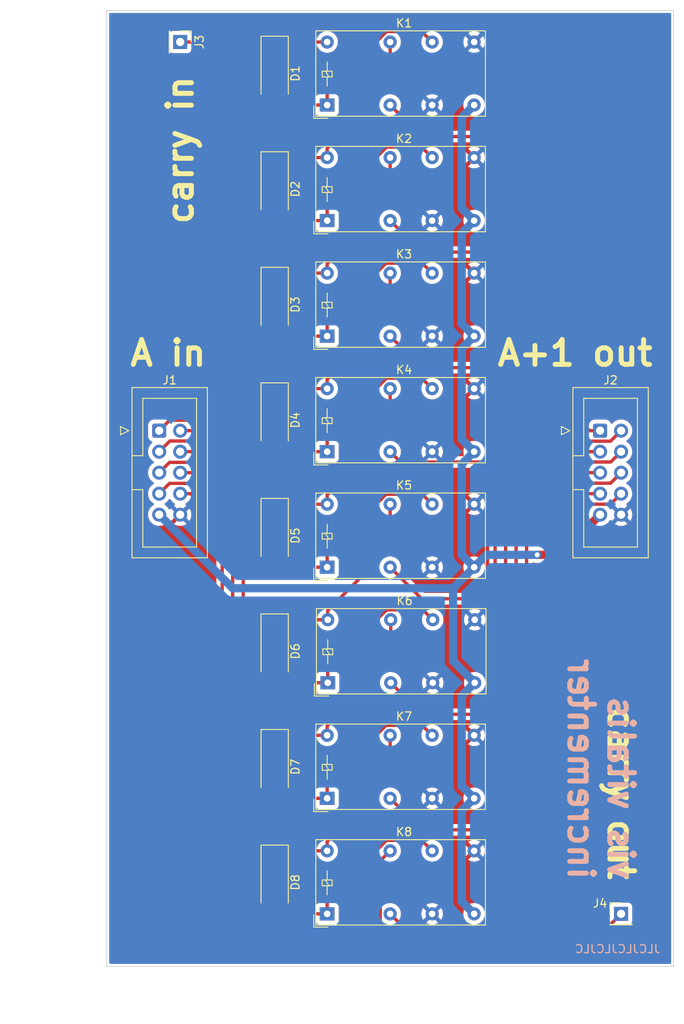
<source format=kicad_pcb>
(kicad_pcb (version 20240108) (generator "pcbnew") (generator_version "8.0")
  (layers (0 "F.Cu" signal) (31 "B.Cu" signal) (34 "B.Paste" user) (35 "F.Paste" user) (36 "B.SilkS" user "B.Silkscreen") (37 "F.SilkS" user "F.Silkscreen") (38 "B.Mask" user) (39 "F.Mask" user) (44 "Edge.Cuts" user))
  (net 0 "")
  (net 1 "Net-(D2-A1)")
  (net 2 "Net-(D2-A2)")
  (net 3 "Net-(D3-A1)")
  (net 4 "Net-(D3-A2)")
  (net 5 "Net-(D4-A1)")
  (net 6 "Net-(D4-A2)")
  (net 7 "Net-(D5-A1)")
  (net 8 "Net-(D5-A2)")
  (net 9 "Net-(D6-A1)")
  (net 10 "Net-(D6-A2)")
  (net 11 "Net-(D7-A1)")
  (net 12 "Net-(D7-A2)")
  (net 13 "Net-(D8-A1)")
  (net 14 "Net-(D8-A2)")
  (net 15 "VCC")
  (net 16 "GND")
  (net 17 "Net-(J2-Pin_1)")
  (net 18 "Net-(J2-Pin_2)")
  (net 19 "Net-(J2-Pin_3)")
  (net 20 "Net-(J2-Pin_4)")
  (net 21 "Net-(J2-Pin_5)")
  (net 22 "Net-(J2-Pin_6)")
  (net 23 "Net-(J2-Pin_7)")
  (net 24 "Net-(J2-Pin_8)")
  (net 25 "Net-(D1-A1)")
  (net 26 "Net-(D1-A2)")
  (net 27 "Net-(J4-Pin_1)")
  (footprint "Connector_PinHeader_2.54mm:PinHeader_1x01_P2.54mm_Vertical" (layer "F.Cu") (at 125.73 45.72 -90)
    (property "Reference" "J3" (at 0 -2.33 -90) (layer "F.SilkS"))
    (property "Value" "Conn_01x01")
    (fp_line (start -1.33 1.33) (end 1.33 1.33) (stroke (width 0.12)) (layer "F.SilkS"))
    (fp_line (start -1.33 1.27) (end -1.33 1.33) (stroke (width 0.12)) (layer "F.SilkS"))
    (fp_line (start -1.33 1.27) (end 1.33 1.27) (stroke (width 0.12)) (layer "F.SilkS"))
    (fp_line (start 1.33 1.27) (end 1.33 1.33) (stroke (width 0.12)) (layer "F.SilkS"))
    (fp_line (start -1.33 0) (end -1.33 -1.33) (stroke (width 0.12)) (layer "F.SilkS"))
    (fp_line (start -1.33 -1.33) (end 0 -1.33) (stroke (width 0.12)) (layer "F.SilkS"))
    (pad "1" thru_hole rect (at 0 0 270) (size 1.7 1.7) (drill 1) (layers "*.Cu" "*.Mask") (net 25 "Net-(D1-A1)"))
  )
  (footprint "Relay_THT:Relay_DPDT_Finder_30.22" (layer "F.Cu") (at 143.51 109.22)
    (property "Reference" "K5" (at 9.3 -9.9 0) (layer "F.SilkS"))
    (property "Value" "J104D2C12VDC.15S")
    (fp_line (start -1.62 1.6) (end -1.62 0.1) (stroke (width 0.12)) (layer "F.SilkS"))
    (fp_line (start -1.37 -8.97) (end 19.15 -8.97) (stroke (width 0.12)) (layer "F.SilkS"))
    (fp_line (start -1.37 1.35) (end -1.37 -8.97) (stroke (width 0.12)) (layer "F.SilkS"))
    (fp_line (start -0.6 -4.1) (end -0.6 -3.4) (stroke (width 0.12)) (layer "F.SilkS"))
    (fp_line (start -0.6 -3.4) (end 0.6 -3.4) (stroke (width 0.12)) (layer "F.SilkS"))
    (fp_line (start 0 -4.1) (end 0 -5.2) (stroke (width 0.12)) (layer "F.SilkS"))
    (fp_line (start 0 -3.4) (end 0 -2.3) (stroke (width 0.12)) (layer "F.SilkS"))
    (fp_line (start 0.1 1.6) (end -1.62 1.6) (stroke (width 0.12)) (layer "F.SilkS"))
    (fp_line (start 0.2 -3.4) (end -0.2 -4.1) (stroke (width 0.12)) (layer "F.SilkS"))
    (fp_line (start 0.6 -4.1) (end -0.6 -4.1) (stroke (width 0.12)) (layer "F.SilkS"))
    (fp_line (start 0.6 -3.4) (end 0.6 -4.1) (stroke (width 0.12)) (layer "F.SilkS"))
    (fp_line (start 19.15 -8.97) (end 19.15 1.35) (stroke (width 0.12)) (layer "F.SilkS"))
    (fp_line (start 19.15 1.35) (end -1.37 1.35) (stroke (width 0.12)) (layer "F.SilkS"))
    (pad "11" thru_hole circle (at 7.62 0 90) (size 1.6 1.6) (drill 0.8) (layers "*.Cu" "*.Mask") (net 21 "Net-(J2-Pin_5)"))
    (pad "12" thru_hole circle (at 12.7 0 90) (size 1.6 1.6) (drill 0.8) (layers "*.Cu" "*.Mask") (net 16 "GND"))
    (pad "14" thru_hole circle (at 17.78 0 90) (size 1.6 1.6) (drill 0.8) (layers "*.Cu" "*.Mask") (net 15 "VCC"))
    (pad "21" thru_hole circle (at 7.62 -7.62 90) (size 1.6 1.6) (drill 0.8) (layers "*.Cu" "*.Mask") (net 9 "Net-(D6-A1)"))
    (pad "22" thru_hole circle (at 12.7 -7.62 90) (size 1.6 1.6) (drill 0.8) (layers "*.Cu" "*.Mask") (net 8 "Net-(D5-A2)"))
    (pad "24" thru_hole circle (at 17.78 -7.62 180) (size 1.6 1.6) (drill 0.8) (layers "*.Cu" "*.Mask") (net 16 "GND"))
    (pad "A1" thru_hole rect (at 0 0 90) (size 1.6 1.8) (drill 0.8) (layers "*.Cu" "*.Mask") (net 8 "Net-(D5-A2)"))
    (pad "A2" thru_hole circle (at 0 -7.62 90) (size 1.6 1.6) (drill 0.8) (layers "*.Cu" "*.Mask") (net 7 "Net-(D5-A1)"))
  )
  (footprint "Diode_SMD:D_SMA_Handsoldering" (layer "F.Cu") (at 137.16 77.47 -90)
    (property "Reference" "D3" (at 0 -2.5 90) (layer "F.SilkS"))
    (property "Value" "SMAJ14CA")
    (fp_line (start -4.51 1.65) (end 2.5 1.65) (stroke (width 0.12)) (layer "F.SilkS"))
    (fp_line (start -4.51 -1.65) (end -4.51 1.65) (stroke (width 0.12)) (layer "F.SilkS"))
    (fp_line (start -4.51 -1.65) (end 2.5 -1.65) (stroke (width 0.12)) (layer "F.SilkS"))
    (pad "1" smd roundrect (at -2.5 0 270) (size 3.5 1.8) (layers "F.Cu" "F.Paste" "F.Mask") (roundrect_rratio 0.1388888889) (net 3 "Net-(D3-A1)"))
    (pad "2" smd roundrect (at 2.5 0 270) (size 3.5 1.8) (layers "F.Cu" "F.Paste" "F.Mask") (roundrect_rratio 0.1388888889) (net 4 "Net-(D3-A2)"))
  )
  (footprint "Connector_IDC:IDC-Header_2x05_P2.54mm_Vertical" (layer "F.Cu") (at 176.53 92.71)
    (property "Reference" "J2" (at 1.27 -6.1 0) (layer "F.SilkS"))
    (property "Value" "BHR-10-VUA" (hide yes))
    (fp_line (start -4.68 -0.5) (end -4.68 0.5) (stroke (width 0.12)) (layer "F.SilkS"))
    (fp_line (start -4.68 0.5) (end -3.68 0) (stroke (width 0.12)) (layer "F.SilkS"))
    (fp_line (start -3.68 0) (end -4.68 -0.5) (stroke (width 0.12)) (layer "F.SilkS"))
    (fp_line (start -3.29 -5.21) (end 5.83 -5.21) (stroke (width 0.12)) (layer "F.SilkS"))
    (fp_line (start -3.29 3.03) (end -1.98 3.03) (stroke (width 0.12)) (layer "F.SilkS"))
    (fp_line (start -3.29 15.37) (end -3.29 -5.21) (stroke (width 0.12)) (layer "F.SilkS"))
    (fp_line (start -1.98 -3.91) (end 4.52 -3.91) (stroke (width 0.12)) (layer "F.SilkS"))
    (fp_line (start -1.98 3.03) (end -1.98 -3.91) (stroke (width 0.12)) (layer "F.SilkS"))
    (fp_line (start -1.98 7.13) (end -3.29 7.13) (stroke (width 0.12)) (layer "F.SilkS"))
    (fp_line (start -1.98 7.13) (end -1.98 7.13) (stroke (width 0.12)) (layer "F.SilkS"))
    (fp_line (start -1.98 14.07) (end -1.98 7.13) (stroke (width 0.12)) (layer "F.SilkS"))
    (fp_line (start 4.52 -3.91) (end 4.52 14.07) (stroke (width 0.12)) (layer "F.SilkS"))
    (fp_line (start 4.52 14.07) (end -1.98 14.07) (stroke (width 0.12)) (layer "F.SilkS"))
    (fp_line (start 5.83 -5.21) (end 5.83 15.37) (stroke (width 0.12)) (layer "F.SilkS"))
    (fp_line (start 5.83 15.37) (end -3.29 15.37) (stroke (width 0.12)) (layer "F.SilkS"))
    (pad "1" thru_hole roundrect (at 0 0) (size 1.7 1.7) (drill 1) (layers "*.Cu" "*.Mask") (roundrect_rratio 0.147059) (net 17 "Net-(J2-Pin_1)"))
    (pad "2" thru_hole circle (at 2.54 0) (size 1.7 1.7) (drill 1) (layers "*.Cu" "*.Mask") (net 18 "Net-(J2-Pin_2)"))
    (pad "3" thru_hole circle (at 0 2.54) (size 1.7 1.7) (drill 1) (layers "*.Cu" "*.Mask") (net 19 "Net-(J2-Pin_3)"))
    (pad "4" thru_hole circle (at 2.54 2.54) (size 1.7 1.7) (drill 1) (layers "*.Cu" "*.Mask") (net 20 "Net-(J2-Pin_4)"))
    (pad "5" thru_hole circle (at 0 5.08) (size 1.7 1.7) (drill 1) (layers "*.Cu" "*.Mask") (net 21 "Net-(J2-Pin_5)"))
    (pad "6" thru_hole circle (at 2.54 5.08) (size 1.7 1.7) (drill 1) (layers "*.Cu" "*.Mask") (net 22 "Net-(J2-Pin_6)"))
    (pad "7" thru_hole circle (at 0 7.62) (size 1.7 1.7) (drill 1) (layers "*.Cu" "*.Mask") (net 23 "Net-(J2-Pin_7)"))
    (pad "8" thru_hole circle (at 2.54 7.62) (size 1.7 1.7) (drill 1) (layers "*.Cu" "*.Mask") (net 24 "Net-(J2-Pin_8)"))
    (pad "9" thru_hole circle (at 0 10.16) (size 1.7 1.7) (drill 1) (layers "*.Cu" "*.Mask") (net 15 "VCC"))
    (pad "10" thru_hole circle (at 2.54 10.16) (size 1.7 1.7) (drill 1) (layers "*.Cu" "*.Mask") (net 16 "GND"))
  )
  (footprint "Relay_THT:Relay_DPDT_Finder_30.22" (layer "F.Cu") (at 143.51 67.31)
    (property "Reference" "K2" (at 9.3 -9.9 0) (layer "F.SilkS"))
    (property "Value" "J104D2C12VDC.15S")
    (fp_line (start -1.62 1.6) (end -1.62 0.1) (stroke (width 0.12)) (layer "F.SilkS"))
    (fp_line (start -1.37 -8.97) (end 19.15 -8.97) (stroke (width 0.12)) (layer "F.SilkS"))
    (fp_line (start -1.37 1.35) (end -1.37 -8.97) (stroke (width 0.12)) (layer "F.SilkS"))
    (fp_line (start -0.6 -4.1) (end -0.6 -3.4) (stroke (width 0.12)) (layer "F.SilkS"))
    (fp_line (start -0.6 -3.4) (end 0.6 -3.4) (stroke (width 0.12)) (layer "F.SilkS"))
    (fp_line (start 0 -4.1) (end 0 -5.2) (stroke (width 0.12)) (layer "F.SilkS"))
    (fp_line (start 0 -3.4) (end 0 -2.3) (stroke (width 0.12)) (layer "F.SilkS"))
    (fp_line (start 0.1 1.6) (end -1.62 1.6) (stroke (width 0.12)) (layer "F.SilkS"))
    (fp_line (start 0.2 -3.4) (end -0.2 -4.1) (stroke (width 0.12)) (layer "F.SilkS"))
    (fp_line (start 0.6 -4.1) (end -0.6 -4.1) (stroke (width 0.12)) (layer "F.SilkS"))
    (fp_line (start 0.6 -3.4) (end 0.6 -4.1) (stroke (width 0.12)) (layer "F.SilkS"))
    (fp_line (start 19.15 -8.97) (end 19.15 1.35) (stroke (width 0.12)) (layer "F.SilkS"))
    (fp_line (start 19.15 1.35) (end -1.37 1.35) (stroke (width 0.12)) (layer "F.SilkS"))
    (pad "11" thru_hole circle (at 7.62 0 90) (size 1.6 1.6) (drill 0.8) (layers "*.Cu" "*.Mask") (net 18 "Net-(J2-Pin_2)"))
    (pad "12" thru_hole circle (at 12.7 0 90) (size 1.6 1.6) (drill 0.8) (layers "*.Cu" "*.Mask") (net 16 "GND"))
    (pad "14" thru_hole circle (at 17.78 0 90) (size 1.6 1.6) (drill 0.8) (layers "*.Cu" "*.Mask") (net 15 "VCC"))
    (pad "21" thru_hole circle (at 7.62 -7.62 90) (size 1.6 1.6) (drill 0.8) (layers "*.Cu" "*.Mask") (net 3 "Net-(D3-A1)"))
    (pad "22" thru_hole circle (at 12.7 -7.62 90) (size 1.6 1.6) (drill 0.8) (layers "*.Cu" "*.Mask") (net 2 "Net-(D2-A2)"))
    (pad "24" thru_hole circle (at 17.78 -7.62 180) (size 1.6 1.6) (drill 0.8) (layers "*.Cu" "*.Mask") (net 16 "GND"))
    (pad "A1" thru_hole rect (at 0 0 90) (size 1.6 1.8) (drill 0.8) (layers "*.Cu" "*.Mask") (net 2 "Net-(D2-A2)"))
    (pad "A2" thru_hole circle (at 0 -7.62 90) (size 1.6 1.6) (drill 0.8) (layers "*.Cu" "*.Mask") (net 1 "Net-(D2-A1)"))
  )
  (footprint "Diode_SMD:D_SMA_Handsoldering" (layer "F.Cu") (at 137.16 119.38 -90)
    (property "Reference" "D6" (at 0 -2.5 90) (layer "F.SilkS"))
    (property "Value" "SMAJ14CA")
    (fp_line (start -4.51 1.65) (end 2.5 1.65) (stroke (width 0.12)) (layer "F.SilkS"))
    (fp_line (start -4.51 -1.65) (end -4.51 1.65) (stroke (width 0.12)) (layer "F.SilkS"))
    (fp_line (start -4.51 -1.65) (end 2.5 -1.65) (stroke (width 0.12)) (layer "F.SilkS"))
    (pad "1" smd roundrect (at -2.5 0 270) (size 3.5 1.8) (layers "F.Cu" "F.Paste" "F.Mask") (roundrect_rratio 0.1388888889) (net 9 "Net-(D6-A1)"))
    (pad "2" smd roundrect (at 2.5 0 270) (size 3.5 1.8) (layers "F.Cu" "F.Paste" "F.Mask") (roundrect_rratio 0.1388888889) (net 10 "Net-(D6-A2)"))
  )
  (footprint "Connector_PinHeader_2.54mm:PinHeader_1x01_P2.54mm_Vertical" (layer "F.Cu") (at 179.07 151.13)
    (property "Reference" "J4" (at -2.54 -1.27 0) (layer "F.SilkS"))
    (property "Value" "Conn_01x01")
    (fp_line (start -1.33 -1.33) (end 0 -1.33) (stroke (width 0.12)) (layer "F.SilkS"))
    (fp_line (start -1.33 0) (end -1.33 -1.33) (stroke (width 0.12)) (layer "F.SilkS"))
    (fp_line (start -1.33 1.27) (end -1.33 1.33) (stroke (width 0.12)) (layer "F.SilkS"))
    (fp_line (start -1.33 1.27) (end 1.33 1.27) (stroke (width 0.12)) (layer "F.SilkS"))
    (fp_line (start -1.33 1.33) (end 1.33 1.33) (stroke (width 0.12)) (layer "F.SilkS"))
    (fp_line (start 1.33 1.27) (end 1.33 1.33) (stroke (width 0.12)) (layer "F.SilkS"))
    (pad "1" thru_hole rect (at 0 0) (size 1.7 1.7) (drill 1) (layers "*.Cu" "*.Mask") (net 27 "Net-(J4-Pin_1)"))
  )
  (footprint "Relay_THT:Relay_DPDT_Finder_30.22" (layer "F.Cu") (at 143.51 151.13)
    (property "Reference" "K8" (at 9.3 -9.9 0) (layer "F.SilkS"))
    (property "Value" "J104D2C12VDC.15S")
    (fp_line (start -1.62 1.6) (end -1.62 0.1) (stroke (width 0.12)) (layer "F.SilkS"))
    (fp_line (start -1.37 -8.97) (end 19.15 -8.97) (stroke (width 0.12)) (layer "F.SilkS"))
    (fp_line (start -1.37 1.35) (end -1.37 -8.97) (stroke (width 0.12)) (layer "F.SilkS"))
    (fp_line (start -0.6 -4.1) (end -0.6 -3.4) (stroke (width 0.12)) (layer "F.SilkS"))
    (fp_line (start -0.6 -3.4) (end 0.6 -3.4) (stroke (width 0.12)) (layer "F.SilkS"))
    (fp_line (start 0 -4.1) (end 0 -5.2) (stroke (width 0.12)) (layer "F.SilkS"))
    (fp_line (start 0 -3.4) (end 0 -2.3) (stroke (width 0.12)) (layer "F.SilkS"))
    (fp_line (start 0.1 1.6) (end -1.62 1.6) (stroke (width 0.12)) (layer "F.SilkS"))
    (fp_line (start 0.2 -3.4) (end -0.2 -4.1) (stroke (width 0.12)) (layer "F.SilkS"))
    (fp_line (start 0.6 -4.1) (end -0.6 -4.1) (stroke (width 0.12)) (layer "F.SilkS"))
    (fp_line (start 0.6 -3.4) (end 0.6 -4.1) (stroke (width 0.12)) (layer "F.SilkS"))
    (fp_line (start 19.15 -8.97) (end 19.15 1.35) (stroke (width 0.12)) (layer "F.SilkS"))
    (fp_line (start 19.15 1.35) (end -1.37 1.35) (stroke (width 0.12)) (layer "F.SilkS"))
    (pad "11" thru_hole circle (at 7.62 0 90) (size 1.6 1.6) (drill 0.8) (layers "*.Cu" "*.Mask") (net 24 "Net-(J2-Pin_8)"))
    (pad "12" thru_hole circle (at 12.7 0 90) (size 1.6 1.6) (drill 0.8) (layers "*.Cu" "*.Mask") (net 16 "GND"))
    (pad "14" thru_hole circle (at 17.78 0 90) (size 1.6 1.6) (drill 0.8) (layers "*.Cu" "*.Mask") (net 15 "VCC"))
    (pad "21" thru_hole circle (at 7.62 -7.62 90) (size 1.6 1.6) (drill 0.8) (layers "*.Cu" "*.Mask") (net 27 "Net-(J4-Pin_1)"))
    (pad "22" thru_hole circle (at 12.7 -7.62 90) (size 1.6 1.6) (drill 0.8) (layers "*.Cu" "*.Mask") (net 14 "Net-(D8-A2)"))
    (pad "24" thru_hole circle (at 17.78 -7.62 180) (size 1.6 1.6) (drill 0.8) (layers "*.Cu" "*.Mask") (net 16 "GND"))
    (pad "A1" thru_hole rect (at 0 0 90) (size 1.6 1.8) (drill 0.8) (layers "*.Cu" "*.Mask") (net 14 "Net-(D8-A2)"))
    (pad "A2" thru_hole circle (at 0 -7.62 90) (size 1.6 1.6) (drill 0.8) (layers "*.Cu" "*.Mask") (net 13 "Net-(D8-A1)"))
  )
  (footprint "Relay_THT:Relay_DPDT_Finder_30.22" (layer "F.Cu") (at 143.51 95.25)
    (property "Reference" "K4" (at 9.3 -9.9 0) (layer "F.SilkS"))
    (property "Value" "J104D2C12VDC.15S")
    (fp_line (start -1.62 1.6) (end -1.62 0.1) (stroke (width 0.12)) (layer "F.SilkS"))
    (fp_line (start -1.37 -8.97) (end 19.15 -8.97) (stroke (width 0.12)) (layer "F.SilkS"))
    (fp_line (start -1.37 1.35) (end -1.37 -8.97) (stroke (width 0.12)) (layer "F.SilkS"))
    (fp_line (start -0.6 -4.1) (end -0.6 -3.4) (stroke (width 0.12)) (layer "F.SilkS"))
    (fp_line (start -0.6 -3.4) (end 0.6 -3.4) (stroke (width 0.12)) (layer "F.SilkS"))
    (fp_line (start 0 -4.1) (end 0 -5.2) (stroke (width 0.12)) (layer "F.SilkS"))
    (fp_line (start 0 -3.4) (end 0 -2.3) (stroke (width 0.12)) (layer "F.SilkS"))
    (fp_line (start 0.1 1.6) (end -1.62 1.6) (stroke (width 0.12)) (layer "F.SilkS"))
    (fp_line (start 0.2 -3.4) (end -0.2 -4.1) (stroke (width 0.12)) (layer "F.SilkS"))
    (fp_line (start 0.6 -4.1) (end -0.6 -4.1) (stroke (width 0.12)) (layer "F.SilkS"))
    (fp_line (start 0.6 -3.4) (end 0.6 -4.1) (stroke (width 0.12)) (layer "F.SilkS"))
    (fp_line (start 19.15 -8.97) (end 19.15 1.35) (stroke (width 0.12)) (layer "F.SilkS"))
    (fp_line (start 19.15 1.35) (end -1.37 1.35) (stroke (width 0.12)) (layer "F.SilkS"))
    (pad "11" thru_hole circle (at 7.62 0 90) (size 1.6 1.6) (drill 0.8) (layers "*.Cu" "*.Mask") (net 20 "Net-(J2-Pin_4)"))
    (pad "12" thru_hole circle (at 12.7 0 90) (size 1.6 1.6) (drill 0.8) (layers "*.Cu" "*.Mask") (net 16 "GND"))
    (pad "14" thru_hole circle (at 17.78 0 90) (size 1.6 1.6) (drill 0.8) (layers "*.Cu" "*.Mask") (net 15 "VCC"))
    (pad "21" thru_hole circle (at 7.62 -7.62 90) (size 1.6 1.6) (drill 0.8) (layers "*.Cu" "*.Mask") (net 7 "Net-(D5-A1)"))
    (pad "22" thru_hole circle (at 12.7 -7.62 90) (size 1.6 1.6) (drill 0.8) (layers "*.Cu" "*.Mask") (net 6 "Net-(D4-A2)"))
    (pad "24" thru_hole circle (at 17.78 -7.62 180) (size 1.6 1.6) (drill 0.8) (layers "*.Cu" "*.Mask") (net 16 "GND"))
    (pad "A1" thru_hole rect (at 0 0 90) (size 1.6 1.8) (drill 0.8) (layers "*.Cu" "*.Mask") (net 6 "Net-(D4-A2)"))
    (pad "A2" thru_hole circle (at 0 -7.62 90) (size 1.6 1.6) (drill 0.8) (layers "*.Cu" "*.Mask") (net 5 "Net-(D4-A1)"))
  )
  (footprint "Diode_SMD:D_SMA_Handsoldering" (layer "F.Cu") (at 137.16 105.41 -90)
    (property "Reference" "D5" (at 0 -2.5 90) (layer "F.SilkS"))
    (property "Value" "SMAJ14CA")
    (fp_line (start -4.51 1.65) (end 2.5 1.65) (stroke (width 0.12)) (layer "F.SilkS"))
    (fp_line (start -4.51 -1.65) (end -4.51 1.65) (stroke (width 0.12)) (layer "F.SilkS"))
    (fp_line (start -4.51 -1.65) (end 2.5 -1.65) (stroke (width 0.12)) (layer "F.SilkS"))
    (pad "1" smd roundrect (at -2.5 0 270) (size 3.5 1.8) (layers "F.Cu" "F.Paste" "F.Mask") (roundrect_rratio 0.1388888889) (net 7 "Net-(D5-A1)"))
    (pad "2" smd roundrect (at 2.5 0 270) (size 3.5 1.8) (layers "F.Cu" "F.Paste" "F.Mask") (roundrect_rratio 0.1388888889) (net 8 "Net-(D5-A2)"))
  )
  (footprint "Diode_SMD:D_SMA_Handsoldering" (layer "F.Cu") (at 137.16 49.53 -90)
    (property "Reference" "D1" (at 0 -2.5 90) (layer "F.SilkS"))
    (property "Value" "SMAJ14CA" (hide yes))
    (fp_line (start -4.51 1.65) (end 2.5 1.65) (stroke (width 0.12)) (layer "F.SilkS"))
    (fp_line (start -4.51 -1.65) (end -4.51 1.65) (stroke (width 0.12)) (layer "F.SilkS"))
    (fp_line (start -4.51 -1.65) (end 2.5 -1.65) (stroke (width 0.12)) (layer "F.SilkS"))
    (pad "1" smd roundrect (at -2.5 0 270) (size 3.5 1.8) (layers "F.Cu" "F.Paste" "F.Mask") (roundrect_rratio 0.1388888889) (net 25 "Net-(D1-A1)"))
    (pad "2" smd roundrect (at 2.5 0 270) (size 3.5 1.8) (layers "F.Cu" "F.Paste" "F.Mask") (roundrect_rratio 0.1388888889) (net 26 "Net-(D1-A2)"))
  )
  (footprint "Diode_SMD:D_SMA_Handsoldering" (layer "F.Cu") (at 137.16 133.35 -90)
    (property "Reference" "D7" (at 0 -2.5 90) (layer "F.SilkS"))
    (property "Value" "SMAJ14CA")
    (fp_line (start -4.51 1.65) (end 2.5 1.65) (stroke (width 0.12)) (layer "F.SilkS"))
    (fp_line (start -4.51 -1.65) (end -4.51 1.65) (stroke (width 0.12)) (layer "F.SilkS"))
    (fp_line (start -4.51 -1.65) (end 2.5 -1.65) (stroke (width 0.12)) (layer "F.SilkS"))
    (pad "1" smd roundrect (at -2.5 0 270) (size 3.5 1.8) (layers "F.Cu" "F.Paste" "F.Mask") (roundrect_rratio 0.1388888889) (net 11 "Net-(D7-A1)"))
    (pad "2" smd roundrect (at 2.5 0 270) (size 3.5 1.8) (layers "F.Cu" "F.Paste" "F.Mask") (roundrect_rratio 0.1388888889) (net 12 "Net-(D7-A2)"))
  )
  (footprint "Diode_SMD:D_SMA_Handsoldering" (layer "F.Cu") (at 137.16 63.5 -90)
    (property "Reference" "D2" (at 0 -2.5 90) (layer "F.SilkS"))
    (property "Value" "SMAJ14CA")
    (fp_line (start -4.51 1.65) (end 2.5 1.65) (stroke (width 0.12)) (layer "F.SilkS"))
    (fp_line (start -4.51 -1.65) (end -4.51 1.65) (stroke (width 0.12)) (layer "F.SilkS"))
    (fp_line (start -4.51 -1.65) (end 2.5 -1.65) (stroke (width 0.12)) (layer "F.SilkS"))
    (pad "1" smd roundrect (at -2.5 0 270) (size 3.5 1.8) (layers "F.Cu" "F.Paste" "F.Mask") (roundrect_rratio 0.1388888889) (net 1 "Net-(D2-A1)"))
    (pad "2" smd roundrect (at 2.5 0 270) (size 3.5 1.8) (layers "F.Cu" "F.Paste" "F.Mask") (roundrect_rratio 0.1388888889) (net 2 "Net-(D2-A2)"))
  )
  (footprint "Relay_THT:Relay_DPDT_Finder_30.22" (layer "F.Cu") (at 143.51 81.28)
    (property "Reference" "K3" (at 9.3 -9.9 0) (layer "F.SilkS"))
    (property "Value" "J104D2C12VDC.15S")
    (fp_line (start -1.62 1.6) (end -1.62 0.1) (stroke (width 0.12)) (layer "F.SilkS"))
    (fp_line (start -1.37 -8.97) (end 19.15 -8.97) (stroke (width 0.12)) (layer "F.SilkS"))
    (fp_line (start -1.37 1.35) (end -1.37 -8.97) (stroke (width 0.12)) (layer "F.SilkS"))
    (fp_line (start -0.6 -4.1) (end -0.6 -3.4) (stroke (width 0.12)) (layer "F.SilkS"))
    (fp_line (start -0.6 -3.4) (end 0.6 -3.4) (stroke (width 0.12)) (layer "F.SilkS"))
    (fp_line (start 0 -4.1) (end 0 -5.2) (stroke (width 0.12)) (layer "F.SilkS"))
    (fp_line (start 0 -3.4) (end 0 -2.3) (stroke (width 0.12)) (layer "F.SilkS"))
    (fp_line (start 0.1 1.6) (end -1.62 1.6) (stroke (width 0.12)) (layer "F.SilkS"))
    (fp_line (start 0.2 -3.4) (end -0.2 -4.1) (stroke (width 0.12)) (layer "F.SilkS"))
    (fp_line (start 0.6 -4.1) (end -0.6 -4.1) (stroke (width 0.12)) (layer "F.SilkS"))
    (fp_line (start 0.6 -3.4) (end 0.6 -4.1) (stroke (width 0.12)) (layer "F.SilkS"))
    (fp_line (start 19.15 -8.97) (end 19.15 1.35) (stroke (width 0.12)) (layer "F.SilkS"))
    (fp_line (start 19.15 1.35) (end -1.37 1.35) (stroke (width 0.12)) (layer "F.SilkS"))
    (pad "11" thru_hole circle (at 7.62 0 90) (size 1.6 1.6) (drill 0.8) (layers "*.Cu" "*.Mask") (net 19 "Net-(J2-Pin_3)"))
    (pad "12" thru_hole circle (at 12.7 0 90) (size 1.6 1.6) (drill 0.8) (layers "*.Cu" "*.Mask") (net 16 "GND"))
    (pad "14" thru_hole circle (at 17.78 0 90) (size 1.6 1.6) (drill 0.8) (layers "*.Cu" "*.Mask") (net 15 "VCC"))
    (pad "21" thru_hole circle (at 7.62 -7.62 90) (size 1.6 1.6) (drill 0.8) (layers "*.Cu" "*.Mask") (net 5 "Net-(D4-A1)"))
    (pad "22" thru_hole circle (at 12.7 -7.62 90) (size 1.6 1.6) (drill 0.8) (layers "*.Cu" "*.Mask") (net 4 "Net-(D3-A2)"))
    (pad "24" thru_hole circle (at 17.78 -7.62 180) (size 1.6 1.6) (drill 0.8) (layers "*.Cu" "*.Mask") (net 16 "GND"))
    (pad "A1" thru_hole rect (at 0 0 90) (size 1.6 1.8) (drill 0.8) (layers "*.Cu" "*.Mask") (net 4 "Net-(D3-A2)"))
    (pad "A2" thru_hole circle (at 0 -7.62 90) (size 1.6 1.6) (drill 0.8) (layers "*.Cu" "*.Mask") (net 3 "Net-(D3-A1)"))
  )
  (footprint "Diode_SMD:D_SMA_Handsoldering" (layer "F.Cu") (at 137.16 91.44 -90)
    (property "Reference" "D4" (at 0 -2.5 90) (layer "F.SilkS"))
    (property "Value" "SMAJ14CA")
    (fp_line (start -4.51 1.65) (end 2.5 1.65) (stroke (width 0.12)) (layer "F.SilkS"))
    (fp_line (start -4.51 -1.65) (end -4.51 1.65) (stroke (width 0.12)) (layer "F.SilkS"))
    (fp_line (start -4.51 -1.65) (end 2.5 -1.65) (stroke (width 0.12)) (layer "F.SilkS"))
    (pad "1" smd roundrect (at -2.5 0 270) (size 3.5 1.8) (layers "F.Cu" "F.Paste" "F.Mask") (roundrect_rratio 0.1388888889) (net 5 "Net-(D4-A1)"))
    (pad "2" smd roundrect (at 2.5 0 270) (size 3.5 1.8) (layers "F.Cu" "F.Paste" "F.Mask") (roundrect_rratio 0.1388888889) (net 6 "Net-(D4-A2)"))
  )
  (footprint "Relay_THT:Relay_DPDT_Finder_30.22" (layer "F.Cu") (at 143.51 53.34)
    (property "Reference" "K1" (at 9.3 -9.9 0) (layer "F.SilkS"))
    (property "Value" "J104D2C12VDC.15S" (hide yes))
    (fp_line (start -1.62 1.6) (end -1.62 0.1) (stroke (width 0.12)) (layer "F.SilkS"))
    (fp_line (start -1.37 -8.97) (end 19.15 -8.97) (stroke (width 0.12)) (layer "F.SilkS"))
    (fp_line (start -1.37 1.35) (end -1.37 -8.97) (stroke (width 0.12)) (layer "F.SilkS"))
    (fp_line (start -0.6 -4.1) (end -0.6 -3.4) (stroke (width 0.12)) (layer "F.SilkS"))
    (fp_line (start -0.6 -3.4) (end 0.6 -3.4) (stroke (width 0.12)) (layer "F.SilkS"))
    (fp_line (start 0 -4.1) (end 0 -5.2) (stroke (width 0.12)) (layer "F.SilkS"))
    (fp_line (start 0 -3.4) (end 0 -2.3) (stroke (width 0.12)) (layer "F.SilkS"))
    (fp_line (start 0.1 1.6) (end -1.62 1.6) (stroke (width 0.12)) (layer "F.SilkS"))
    (fp_line (start 0.2 -3.4) (end -0.2 -4.1) (stroke (width 0.12)) (layer "F.SilkS"))
    (fp_line (start 0.6 -4.1) (end -0.6 -4.1) (stroke (width 0.12)) (layer "F.SilkS"))
    (fp_line (start 0.6 -3.4) (end 0.6 -4.1) (stroke (width 0.12)) (layer "F.SilkS"))
    (fp_line (start 19.15 -8.97) (end 19.15 1.35) (stroke (width 0.12)) (layer "F.SilkS"))
    (fp_line (start 19.15 1.35) (end -1.37 1.35) (stroke (width 0.12)) (layer "F.SilkS"))
    (pad "11" thru_hole circle (at 7.62 0 90) (size 1.6 1.6) (drill 0.8) (layers "*.Cu" "*.Mask") (net 17 "Net-(J2-Pin_1)"))
    (pad "12" thru_hole circle (at 12.7 0 90) (size 1.6 1.6) (drill 0.8) (layers "*.Cu" "*.Mask") (net 16 "GND"))
    (pad "14" thru_hole circle (at 17.78 0 90) (size 1.6 1.6) (drill 0.8) (layers "*.Cu" "*.Mask") (net 15 "VCC"))
    (pad "21" thru_hole circle (at 7.62 -7.62 90) (size 1.6 1.6) (drill 0.8) (layers "*.Cu" "*.Mask") (net 1 "Net-(D2-A1)"))
    (pad "22" thru_hole circle (at 12.7 -7.62 90) (size 1.6 1.6) (drill 0.8) (layers "*.Cu" "*.Mask") (net 26 "Net-(D1-A2)"))
    (pad "24" thru_hole circle (at 17.78 -7.62 180) (size 1.6 1.6) (drill 0.8) (layers "*.Cu" "*.Mask") (net 16 "GND"))
    (pad "A1" thru_hole rect (at 0 0 90) (size 1.6 1.8) (drill 0.8) (layers "*.Cu" "*.Mask") (net 26 "Net-(D1-A2)"))
    (pad "A2" thru_hole circle (at 0 -7.62 90) (size 1.6 1.6) (drill 0.8) (layers "*.Cu" "*.Mask") (net 25 "Net-(D1-A1)"))
  )
  (footprint "Connector_IDC:IDC-Header_2x05_P2.54mm_Vertical" (layer "F.Cu") (at 123.19 92.71)
    (property "Reference" "J1" (at 1.27 -6.1 0) (layer "F.SilkS"))
    (property "Value" "BHR-10-VUA" (hide yes))
    (fp_line (start -4.68 -0.5) (end -4.68 0.5) (stroke (width 0.12)) (layer "F.SilkS"))
    (fp_line (start -4.68 0.5) (end -3.68 0) (stroke (width 0.12)) (layer "F.SilkS"))
    (fp_line (start -3.68 0) (end -4.68 -0.5) (stroke (width 0.12)) (layer "F.SilkS"))
    (fp_line (start -3.29 -5.21) (end 5.83 -5.21) (stroke (width 0.12)) (layer "F.SilkS"))
    (fp_line (start -3.29 3.03) (end -1.98 3.03) (stroke (width 0.12)) (layer "F.SilkS"))
    (fp_line (start -3.29 15.37) (end -3.29 -5.21) (stroke (width 0.12)) (layer "F.SilkS"))
    (fp_line (start -1.98 -3.91) (end 4.52 -3.91) (stroke (width 0.12)) (layer "F.SilkS"))
    (fp_line (start -1.98 3.03) (end -1.98 -3.91) (stroke (width 0.12)) (layer "F.SilkS"))
    (fp_line (start -1.98 7.13) (end -3.29 7.13) (stroke (width 0.12)) (layer "F.SilkS"))
    (fp_line (start -1.98 7.13) (end -1.98 7.13) (stroke (width 0.12)) (layer "F.SilkS"))
    (fp_line (start -1.98 14.07) (end -1.98 7.13) (stroke (width 0.12)) (layer "F.SilkS"))
    (fp_line (start 4.52 -3.91) (end 4.52 14.07) (stroke (width 0.12)) (layer "F.SilkS"))
    (fp_line (start 4.52 14.07) (end -1.98 14.07) (stroke (width 0.12)) (layer "F.SilkS"))
    (fp_line (start 5.83 -5.21) (end 5.83 15.37) (stroke (width 0.12)) (layer "F.SilkS"))
    (fp_line (start 5.83 15.37) (end -3.29 15.37) (stroke (width 0.12)) (layer "F.SilkS"))
    (pad "1" thru_hole roundrect (at 0 0) (size 1.7 1.7) (drill 1) (layers "*.Cu" "*.Mask") (roundrect_rratio 0.147059) (net 26 "Net-(D1-A2)"))
    (pad "2" thru_hole circle (at 2.54 0) (size 1.7 1.7) (drill 1) (layers "*.Cu" "*.Mask") (net 2 "Net-(D2-A2)"))
    (pad "3" thru_hole circle (at 0 2.54) (size 1.7 1.7) (drill 1) (layers "*.Cu" "*.Mask") (net 4 "Net-(D3-A2)"))
    (pad "4" thru_hole circle (at 2.54 2.54) (size 1.7 1.7) (drill 1) (layers "*.Cu" "*.Mask") (net 6 "Net-(D4-A2)"))
    (pad "5" thru_hole circle (at 0 5.08) (size 1.7 1.7) (drill 1) (layers "*.Cu" "*.Mask") (net 8 "Net-(D5-A2)"))
    (pad "6" thru_hole circle (at 2.54 5.08) (size 1.7 1.7) (drill 1) (layers "*.Cu" "*.Mask") (net 10 "Net-(D6-A2)"))
    (pad "7" thru_hole circle (at 0 7.62) (size 1.7 1.7) (drill 1) (layers "*.Cu" "*.Mask") (net 12 "Net-(D7-A2)"))
    (pad "8" thru_hole circle (at 2.54 7.62) (size 1.7 1.7) (drill 1) (layers "*.Cu" "*.Mask") (net 14 "Net-(D8-A2)"))
    (pad "9" thru_hole circle (at 0 10.16) (size 1.7 1.7) (drill 1) (layers "*.Cu" "*.Mask") (net 15 "VCC"))
    (pad "10" thru_hole circle (at 2.54 10.16) (size 1.7 1.7) (drill 1) (layers "*.Cu" "*.Mask") (net 16 "GND"))
  )
  (footprint "Relay_THT:Relay_DPDT_Finder_30.22" (layer "F.Cu") (at 143.5825 123.19)
    (property "Reference" "K6" (at 9.3 -9.9 0) (layer "F.SilkS"))
    (property "Value" "J104D2C12VDC.15S")
    (fp_line (start -1.62 1.6) (end -1.62 0.1) (stroke (width 0.12)) (layer "F.SilkS"))
    (fp_line (start -1.37 -8.97) (end 19.15 -8.97) (stroke (width 0.12)) (layer "F.SilkS"))
    (fp_line (start -1.37 1.35) (end -1.37 -8.97) (stroke (width 0.12)) (layer "F.SilkS"))
    (fp_line (start -0.6 -4.1) (end -0.6 -3.4) (stroke (width 0.12)) (layer "F.SilkS"))
    (fp_line (start -0.6 -3.4) (end 0.6 -3.4) (stroke (width 0.12)) (layer "F.SilkS"))
    (fp_line (start 0 -4.1) (end 0 -5.2) (stroke (width 0.12)) (layer "F.SilkS"))
    (fp_line (start 0 -3.4) (end 0 -2.3) (stroke (width 0.12)) (layer "F.SilkS"))
    (fp_line (start 0.1 1.6) (end -1.62 1.6) (stroke (width 0.12)) (layer "F.SilkS"))
    (fp_line (start 0.2 -3.4) (end -0.2 -4.1) (stroke (width 0.12)) (layer "F.SilkS"))
    (fp_line (start 0.6 -4.1) (end -0.6 -4.1) (stroke (width 0.12)) (layer "F.SilkS"))
    (fp_line (start 0.6 -3.4) (end 0.6 -4.1) (stroke (width 0.12)) (layer "F.SilkS"))
    (fp_line (start 19.15 -8.97) (end 19.15 1.35) (stroke (width 0.12)) (layer "F.SilkS"))
    (fp_line (start 19.15 1.35) (end -1.37 1.35) (stroke (width 0.12)) (layer "F.SilkS"))
    (pad "11" thru_hole circle (at 7.62 0 90) (size 1.6 1.6) (drill 0.8) (layers "*.Cu" "*.Mask") (net 22 "Net-(J2-Pin_6)"))
    (pad "12" thru_hole circle (at 12.7 0 90) (size 1.6 1.6) (drill 0.8) (layers "*.Cu" "*.Mask") (net 16 "GND"))
    (pad "14" thru_hole circle (at 17.78 0 90) (size 1.6 1.6) (drill 0.8) (layers "*.Cu" "*.Mask") (net 15 "VCC"))
    (pad "21" thru_hole circle (at 7.62 -7.62 90) (size 1.6 1.6) (drill 0.8) (layers "*.Cu" "*.Mask") (net 11 "Net-(D7-A1)"))
    (pad "22" thru_hole circle (at 12.7 -7.62 90) (size 1.6 1.6) (drill 0.8) (layers "*.Cu" "*.Mask") (net 10 "Net-(D6-A2)"))
    (pad "24" thru_hole circle (at 17.78 -7.62 180) (size 1.6 1.6) (drill 0.8) (layers "*.Cu" "*.Mask") (net 16 "GND"))
    (pad "A1" thru_hole rect (at 0 0 90) (size 1.6 1.8) (drill 0.8) (layers "*.Cu" "*.Mask") (net 10 "Net-(D6-A2)"))
    (pad "A2" thru_hole circle (at 0 -7.62 90) (size 1.6 1.6) (drill 0.8) (layers "*.Cu" "*.Mask") (net 9 "Net-(D6-A1)"))
  )
  (footprint "Diode_SMD:D_SMA_Handsoldering" (layer "F.Cu") (at 137.16 147.32 -90)
    (property "Reference" "D8" (at 0 -2.5 90) (layer "F.SilkS"))
    (property "Value" "SMAJ14CA")
    (fp_line (start -4.51 1.65) (end 2.5 1.65) (stroke (width 0.12)) (layer "F.SilkS"))
    (fp_line (start -4.51 -1.65) (end -4.51 1.65) (stroke (width 0.12)) (layer "F.SilkS"))
    (fp_line (start -4.51 -1.65) (end 2.5 -1.65) (stroke (width 0.12)) (layer "F.SilkS"))
    (pad "1" smd roundrect (at -2.5 0 270) (size 3.5 1.8) (layers "F.Cu" "F.Paste" "F.Mask") (roundrect_rratio 0.1388888889) (net 13 "Net-(D8-A1)"))
    (pad "2" smd roundrect (at 2.5 0 270) (size 3.5 1.8) (layers "F.Cu" "F.Paste" "F.Mask") (roundrect_rratio 0.1388888889) (net 14 "Net-(D8-A2)"))
  )
  (footprint "Relay_THT:Relay_DPDT_Finder_30.22" (layer "F.Cu") (at 143.51 137.16)
    (property "Reference" "K7" (at 9.3 -9.9 0) (layer "F.SilkS"))
    (property "Value" "J104D2C12VDC.15S")
    (fp_line (start -1.62 1.6) (end -1.62 0.1) (stroke (width 0.12)) (layer "F.SilkS"))
    (fp_line (start -1.37 -8.97) (end 19.15 -8.97) (stroke (width 0.12)) (layer "F.SilkS"))
    (fp_line (start -1.37 1.35) (end -1.37 -8.97) (stroke (width 0.12)) (layer "F.SilkS"))
    (fp_line (start -0.6 -4.1) (end -0.6 -3.4) (stroke (width 0.12)) (layer "F.SilkS"))
    (fp_line (start -0.6 -3.4) (end 0.6 -3.4) (stroke (width 0.12)) (layer "F.SilkS"))
    (fp_line (start 0 -4.1) (end 0 -5.2) (stroke (width 0.12)) (layer "F.SilkS"))
    (fp_line (start 0 -3.4) (end 0 -2.3) (stroke (width 0.12)) (layer "F.SilkS"))
    (fp_line (start 0.1 1.6) (end -1.62 1.6) (stroke (width 0.12)) (layer "F.SilkS"))
    (fp_line (start 0.2 -3.4) (end -0.2 -4.1) (stroke (width 0.12)) (layer "F.SilkS"))
    (fp_line (start 0.6 -4.1) (end -0.6 -4.1) (stroke (width 0.12)) (layer "F.SilkS"))
    (fp_line (start 0.6 -3.4) (end 0.6 -4.1) (stroke (width 0.12)) (layer "F.SilkS"))
    (fp_line (start 19.15 -8.97) (end 19.15 1.35) (stroke (width 0.12)) (layer "F.SilkS"))
    (fp_line (start 19.15 1.35) (end -1.37 1.35) (stroke (width 0.12)) (layer "F.SilkS"))
    (pad "11" thru_hole circle (at 7.62 0 90) (size 1.6 1.6) (drill 0.8) (layers "*.Cu" "*.Mask") (net 23 "Net-(J2-Pin_7)"))
    (pad "12" thru_hole circle (at 12.7 0 90) (size 1.6 1.6) (drill 0.8) (layers "*.Cu" "*.Mask") (net 16 "GND"))
    (pad "14" thru_hole circle (at 17.78 0 90) (size 1.6 1.6) (drill 0.8) (layers "*.Cu" "*.Mask") (net 15 "VCC"))
    (pad "21" thru_hole circle (at 7.62 -7.62 90) (size 1.6 1.6) (drill 0.8) (layers "*.Cu" "*.Mask") (net 13 "Net-(D8-A1)"))
    (pad "22" thru_hole circle (at 12.7 -7.62 90) (size 1.6 1.6) (drill 0.8) (layers "*.Cu" "*.Mask") (net 12 "Net-(D7-A2)"))
    (pad "24" thru_hole circle (at 17.78 -7.62 180) (size 1.6 1.6) (drill 0.8) (layers "*.Cu" "*.Mask") (net 16 "GND"))
    (pad "A1" thru_hole rect (at 0 0 90) (size 1.6 1.8) (drill 0.8) (layers "*.Cu" "*.Mask") (net 12 "Net-(D7-A2)"))
    (pad "A2" thru_hole circle (at 0 -7.62 90) (size 1.6 1.6) (drill 0.8) (layers "*.Cu" "*.Mask") (net 11 "Net-(D7-A1)"))
  )
  (gr_line (start 185.42 41.91) (end 185.42 157.48) (stroke (width 0.1)) (layer "Edge.Cuts"))
  (gr_line (start 116.84 157.48) (end 116.84 41.91) (stroke (width 0.1)) (layer "Edge.Cuts"))
  (gr_line (start 185.42 157.48) (end 116.84 157.48) (stroke (width 0.1)) (layer "Edge.Cuts"))
  (gr_line (start 116.84 41.91) (end 185.42 41.91) (stroke (width 0.1)) (layer "Edge.Cuts"))
  (gr_text "vis vitalis\nincrementer" (at 172.466 147.32 270) (layer "B.SilkS") (effects (font (size 3 3) (thickness 0.6) (bold yes)) (justify left bottom mirror)))
  (gr_text "JLCJLCJLCJLC" (at 183.896 155.956 0) (layer "B.SilkS") (effects (font (size 1 1)) (justify left bottom mirror)))
  (gr_text "A in" (at 119.38 85.09 0) (layer "F.SilkS") (effects (font (size 3 3) (thickness 0.6) (bold yes)) (justify left bottom)))
  (gr_text "carry in" (at 125.73 49.53 90) (layer "F.SilkS") (effects (font (size 3 3) (thickness 0.6) (bold yes)) (justify right)))
  (gr_text "A+1 out" (at 163.83 85.09 0) (layer "F.SilkS") (effects (font (size 3 3) (thickness 0.6) (bold yes)) (justify left bottom)))
  (gr_text "carry out" (at 179.07 147.32 270) (layer "F.SilkS") (effects (font (size 3 3) (thickness 0.6) (bold yes)) (justify right)))
  (segment (start 138.47 59.69) (end 143.51 59.69) (width 0.4) (layer "F.Cu") (net 1))
  (segment (start 137.16 61) (end 138.47 59.69) (width 0.4) (layer "F.Cu") (net 1))
  (segment (start 143.51 58.55863) (end 151.13 50.93863) (width 0.4) (layer "F.Cu") (net 1))
  (segment (start 151.13 50.93863) (end 151.13 45.72) (width 0.4) (layer "F.Cu") (net 1))
  (segment (start 143.51 59.69) (end 143.51 58.55863) (width 0.4) (layer "F.Cu") (net 1))
  (segment (start 138.47 67.31) (end 143.51 67.31) (width 0.4) (layer "F.Cu") (net 2))
  (segment (start 150.702943 58.42) (end 154.94 58.42) (width 0.4) (layer "F.Cu") (net 2))
  (segment (start 133.35 69.81) (end 137.16 66) (width 0.4) (layer "F.Cu") (net 2))
  (segment (start 125.73 92.71) (end 129.54 92.71) (width 0.4) (layer "F.Cu") (net 2))
  (segment (start 137.16 66) (end 138.47 67.31) (width 0.4) (layer "F.Cu") (net 2))
  (segment (start 129.54 92.71) (end 133.35 88.9) (width 0.4) (layer "F.Cu") (net 2))
  (segment (start 143.51 65.612943) (end 150.702943 58.42) (width 0.4) (layer "F.Cu") (net 2))
  (segment (start 143.51 67.31) (end 143.51 65.612943) (width 0.4) (layer "F.Cu") (net 2))
  (segment (start 133.35 88.9) (end 133.35 69.81) (width 0.4) (layer "F.Cu") (net 2))
  (segment (start 154.94 58.42) (end 156.21 59.69) (width 0.4) (layer "F.Cu") (net 2))
  (segment (start 143.51 72.52863) (end 151.13 64.90863) (width 0.4) (layer "F.Cu") (net 3))
  (segment (start 138.47 73.66) (end 143.51 73.66) (width 0.4) (layer "F.Cu") (net 3))
  (segment (start 137.16 74.97) (end 138.47 73.66) (width 0.4) (layer "F.Cu") (net 3))
  (segment (start 143.51 73.66) (end 143.51 72.52863) (width 0.4) (layer "F.Cu") (net 3))
  (segment (start 151.13 64.90863) (end 151.13 59.69) (width 0.4) (layer "F.Cu") (net 3))
  (segment (start 143.51 81.28) (end 143.51 79.582943) (width 0.4) (layer "F.Cu") (net 4))
  (segment (start 124.48 93.96) (end 130.83 93.96) (width 0.4) (layer "F.Cu") (net 4))
  (segment (start 134.62 90.17) (end 134.62 82.51) (width 0.4) (layer "F.Cu") (net 4))
  (segment (start 155.01 72.46) (end 156.21 73.66) (width 0.4) (layer "F.Cu") (net 4))
  (segment (start 143.51 79.582943) (end 150.632943 72.46) (width 0.4) (layer "F.Cu") (net 4))
  (segment (start 138.47 81.28) (end 143.51 81.28) (width 0.4) (layer "F.Cu") (net 4))
  (segment (start 123.19 95.25) (end 124.48 93.96) (width 0.4) (layer "F.Cu") (net 4))
  (segment (start 137.16 79.97) (end 138.47 81.28) (width 0.4) (layer "F.Cu") (net 4))
  (segment (start 130.83 93.96) (end 134.62 90.17) (width 0.4) (layer "F.Cu") (net 4))
  (segment (start 134.62 82.51) (end 137.16 79.97) (width 0.4) (layer "F.Cu") (net 4))
  (segment (start 150.632943 72.46) (end 155.01 72.46) (width 0.4) (layer "F.Cu") (net 4))
  (segment (start 151.13 78.87863) (end 151.13 73.66) (width 0.4) (layer "F.Cu") (net 5))
  (segment (start 143.51 86.49863) (end 151.13 78.87863) (width 0.4) (layer "F.Cu") (net 5))
  (segment (start 143.51 87.63) (end 143.51 86.49863) (width 0.4) (layer "F.Cu") (net 5))
  (segment (start 138.47 87.63) (end 143.51 87.63) (width 0.4) (layer "F.Cu") (net 5))
  (segment (start 137.16 88.94) (end 138.47 87.63) (width 0.4) (layer "F.Cu") (net 5))
  (segment (start 150.702943 86.36) (end 154.94 86.36) (width 0.4) (layer "F.Cu") (net 6))
  (segment (start 143.51 95.25) (end 143.51 93.552943) (width 0.4) (layer "F.Cu") (net 6))
  (segment (start 154.94 86.36) (end 156.21 87.63) (width 0.4) (layer "F.Cu") (net 6))
  (segment (start 137.16 93.94) (end 138.47 95.25) (width 0.4) (layer "F.Cu") (net 6))
  (segment (start 138.47 95.25) (end 143.51 95.25) (width 0.4) (layer "F.Cu") (net 6))
  (segment (start 143.51 93.552943) (end 150.702943 86.36) (width 0.4) (layer "F.Cu") (net 6))
  (segment (start 135.85 95.25) (end 137.16 93.94) (width 0.4) (layer "F.Cu") (net 6))
  (segment (start 125.73 95.25) (end 135.85 95.25) (width 0.4) (layer "F.Cu") (net 6))
  (segment (start 143.51 101.6) (end 143.51 100.46863) (width 0.4) (layer "F.Cu") (net 7))
  (segment (start 138.47 101.6) (end 143.51 101.6) (width 0.4) (layer "F.Cu") (net 7))
  (segment (start 143.51 100.46863) (end 151.13 92.84863) (width 0.4) (layer "F.Cu") (net 7))
  (segment (start 137.16 102.91) (end 138.47 101.6) (width 0.4) (layer "F.Cu") (net 7))
  (segment (start 151.13 92.84863) (end 151.13 87.63) (width 0.4) (layer "F.Cu") (net 7))
  (segment (start 130.83 96.54) (end 134.62 100.33) (width 0.4) (layer "F.Cu") (net 8))
  (segment (start 134.62 105.37) (end 137.16 107.91) (width 0.4) (layer "F.Cu") (net 8))
  (segment (start 150.632943 100.4) (end 155.01 100.4) (width 0.4) (layer "F.Cu") (net 8))
  (segment (start 137.16 107.91) (end 138.47 109.22) (width 0.4) (layer "F.Cu") (net 8))
  (segment (start 155.01 100.4) (end 156.21 101.6) (width 0.4) (layer "F.Cu") (net 8))
  (segment (start 143.51 109.22) (end 143.51 107.522943) (width 0.4) (layer "F.Cu") (net 8))
  (segment (start 143.51 107.522943) (end 150.632943 100.4) (width 0.4) (layer "F.Cu") (net 8))
  (segment (start 138.47 109.22) (end 143.51 109.22) (width 0.4) (layer "F.Cu") (net 8))
  (segment (start 134.62 100.33) (end 134.62 105.37) (width 0.4) (layer "F.Cu") (net 8))
  (segment (start 124.44 96.54) (end 130.83 96.54) (width 0.4) (layer "F.Cu") (net 8))
  (segment (start 123.19 97.79) (end 124.44 96.54) (width 0.4) (layer "F.Cu") (net 8))
  (segment (start 143.5825 114.43863) (end 151.13 106.89113) (width 0.4) (layer "F.Cu") (net 9))
  (segment (start 137.16 116.88) (end 138.47 115.57) (width 0.4) (layer "F.Cu") (net 9))
  (segment (start 138.47 115.57) (end 143.5825 115.57) (width 0.4) (layer "F.Cu") (net 9))
  (segment (start 151.13 106.89113) (end 151.13 101.6) (width 0.4) (layer "F.Cu") (net 9))
  (segment (start 143.5825 115.57) (end 143.5825 114.43863) (width 0.4) (layer "F.Cu") (net 9))
  (segment (start 150.705443 114.37) (end 155.0825 114.37) (width 0.4) (layer "F.Cu") (net 10))
  (segment (start 133.35 101.6) (end 133.35 118.07) (width 0.4) (layer "F.Cu") (net 10))
  (segment (start 137.16 121.88) (end 138.47 123.19) (width 0.4) (layer "F.Cu") (net 10))
  (segment (start 138.47 123.19) (end 143.5825 123.19) (width 0.4) (layer "F.Cu") (net 10))
  (segment (start 129.54 97.79) (end 133.35 101.6) (width 0.4) (layer "F.Cu") (net 10))
  (segment (start 143.5825 121.492943) (end 150.705443 114.37) (width 0.4) (layer "F.Cu") (net 10))
  (segment (start 133.35 118.07) (end 137.16 121.88) (width 0.4) (layer "F.Cu") (net 10))
  (segment (start 155.0825 114.37) (end 156.2825 115.57) (width 0.4) (layer "F.Cu") (net 10))
  (segment (start 143.5825 123.19) (end 143.5825 121.492943) (width 0.4) (layer "F.Cu") (net 10))
  (segment (start 125.73 97.79) (end 129.54 97.79) (width 0.4) (layer "F.Cu") (net 10))
  (segment (start 143.51 129.54) (end 143.51 128.40863) (width 0.4) (layer "F.Cu") (net 11))
  (segment (start 143.51 128.40863) (end 151.2025 120.71613) (width 0.4) (layer "F.Cu") (net 11))
  (segment (start 137.16 130.85) (end 138.47 129.54) (width 0.4) (layer "F.Cu") (net 11))
  (segment (start 138.47 129.54) (end 143.51 129.54) (width 0.4) (layer "F.Cu") (net 11))
  (segment (start 151.2025 120.71613) (end 151.2025 115.57) (width 0.4) (layer "F.Cu") (net 11))
  (segment (start 138.47 137.16) (end 143.51 137.16) (width 0.4) (layer "F.Cu") (net 12))
  (segment (start 150.632943 128.34) (end 155.01 128.34) (width 0.4) (layer "F.Cu") (net 12))
  (segment (start 143.51 135.462943) (end 150.632943 128.34) (width 0.4) (layer "F.Cu") (net 12))
  (segment (start 132.08 102.87) (end 132.08 130.77) (width 0.4) (layer "F.Cu") (net 12))
  (segment (start 124.44 99.08) (end 128.29 99.08) (width 0.4) (layer "F.Cu") (net 12))
  (segment (start 123.19 100.33) (end 124.44 99.08) (width 0.4) (layer "F.Cu") (net 12))
  (segment (start 137.16 135.85) (end 138.47 137.16) (width 0.4) (layer "F.Cu") (net 12))
  (segment (start 132.08 130.77) (end 137.16 135.85) (width 0.4) (layer "F.Cu") (net 12))
  (segment (start 143.51 137.16) (end 143.51 135.462943) (width 0.4) (layer "F.Cu") (net 12))
  (segment (start 155.01 128.34) (end 156.21 129.54) (width 0.4) (layer "F.Cu") (net 12))
  (segment (start 128.29 99.08) (end 132.08 102.87) (width 0.4) (layer "F.Cu") (net 12))
  (segment (start 143.51 143.51) (end 143.51 142.37863) (width 0.4) (layer "F.Cu") (net 13))
  (segment (start 137.16 144.82) (end 138.47 143.51) (width 0.4) (layer "F.Cu") (net 13))
  (segment (start 138.47 143.51) (end 143.51 143.51) (width 0.4) (layer "F.Cu") (net 13))
  (segment (start 143.51 142.37863) (end 151.13 134.75863) (width 0.4) (layer "F.Cu") (net 13))
  (segment (start 151.13 134.75863) (end 151.13 129.54) (width 0.4) (layer "F.Cu") (net 13))
  (segment (start 143.51 151.13) (end 143.51 149.432943) (width 0.4) (layer "F.Cu") (net 14))
  (segment (start 127 100.33) (end 130.81 104.14) (width 0.4) (layer "F.Cu") (net 14))
  (segment (start 138.47 151.13) (end 143.51 151.13) (width 0.4) (layer "F.Cu") (net 14))
  (segment (start 150.702943 142.24) (end 154.94 142.24) (width 0.4) (layer "F.Cu") (net 14))
  (segment (start 130.81 143.47) (end 137.16 149.82) (width 0.4) (layer "F.Cu") (net 14))
  (segment (start 137.16 149.82) (end 138.47 151.13) (width 0.4) (layer "F.Cu") (net 14))
  (segment (start 130.81 104.14) (end 130.81 143.47) (width 0.4) (layer "F.Cu") (net 14))
  (segment (start 154.94 142.24) (end 156.21 143.51) (width 0.4) (layer "F.Cu") (net 14))
  (segment (start 125.73 100.33) (end 127 100.33) (width 0.4) (layer "F.Cu") (net 14))
  (segment (start 143.51 149.432943) (end 150.702943 142.24) (width 0.4) (layer "F.Cu") (net 14))
  (segment (start 171.68 107.72) (end 168.91 107.72) (width 1) (layer "F.Cu") (net 15))
  (segment (start 176.53 102.87) (end 171.68 107.72) (width 1) (layer "F.Cu") (net 15))
  (via (at 168.91 107.72) (size 1) (drill 0.6) (layers "F.Cu" "B.Cu") (net 15))
  (segment (start 159.79 96.75) (end 159.79 107.72) (width 1) (layer "B.Cu") (net 15))
  (segment (start 159.79 135.66) (end 159.79 124.7625) (width 1) (layer "B.Cu") (net 15))
  (segment (start 161.29 81.28) (end 159.79 82.78) (width 1) (layer "B.Cu") (net 15))
  (segment (start 158.75 111.76) (end 161.29 109.22) (width 1) (layer "B.Cu") (net 15))
  (segment (start 159.79 79.78) (end 161.29 81.28) (width 1) (layer "B.Cu") (net 15))
  (segment (start 159.79 68.81) (end 159.79 79.78) (width 1) (layer "B.Cu") (net 15))
  (segment (start 158.75 120.5775) (end 158.75 111.76) (width 1) (layer "B.Cu") (net 15))
  (segment (start 159.79 65.81) (end 161.29 67.31) (width 1) (layer "B.Cu") (net 15))
  (segment (start 159.79 93.75) (end 161.29 95.25) (width 1) (layer "B.Cu") (net 15))
  (segment (start 162.79 107.72) (end 168.91 107.72) (width 1) (layer "B.Cu") (net 15))
  (segment (start 161.29 109.22) (end 162.79 107.72) (width 1) (layer "B.Cu") (net 15))
  (segment (start 159.79 82.78) (end 159.79 93.75) (width 1) (layer "B.Cu") (net 15))
  (segment (start 161.3625 123.19) (end 158.75 120.5775) (width 1) (layer "B.Cu") (net 15))
  (segment (start 123.19 102.87) (end 132.08 111.76) (width 1) (layer "B.Cu") (net 15))
  (segment (start 161.29 67.31) (end 159.79 68.81) (width 1) (layer "B.Cu") (net 15))
  (segment (start 161.29 151.13) (end 159.79 149.63) (width 1) (layer "B.Cu") (net 15))
  (segment (start 159.79 124.7625) (end 161.3625 123.19) (width 1) (layer "B.Cu") (net 15))
  (segment (start 161.29 137.16) (end 159.79 135.66) (width 1) (layer "B.Cu") (net 15))
  (segment (start 161.29 95.25) (end 159.79 96.75) (width 1) (layer "B.Cu") (net 15))
  (segment (start 159.79 54.84) (end 159.79 65.81) (width 1) (layer "B.Cu") (net 15))
  (segment (start 159.79 107.72) (end 161.29 109.22) (width 1) (layer "B.Cu") (net 15))
  (segment (start 161.29 53.34) (end 159.79 54.84) (width 1) (layer "B.Cu") (net 15))
  (segment (start 132.08 111.76) (end 158.75 111.76) (width 1) (layer "B.Cu") (net 15))
  (segment (start 159.79 149.63) (end 159.79 138.66) (width 1) (layer "B.Cu") (net 15))
  (segment (start 159.79 138.66) (end 161.29 137.16) (width 1) (layer "B.Cu") (net 15))
  (segment (start 154.94 57.15) (end 151.13 53.34) (width 0.4) (layer "F.Cu") (net 17))
  (segment (start 175.26 92.71) (end 166.37 83.82) (width 0.4) (layer "F.Cu") (net 17))
  (segment (start 166.37 83.82) (end 166.37 60.96) (width 0.4) (layer "F.Cu") (net 17))
  (segment (start 176.53 92.71) (end 175.26 92.71) (width 0.4) (layer "F.Cu") (net 17))
  (segment (start 162.56 57.15) (end 154.94 57.15) (width 0.4) (layer "F.Cu") (net 17))
  (segment (start 166.37 60.96) (end 162.56 57.15) (width 0.4) (layer "F.Cu") (net 17))
  (segment (start 154.94 71.12) (end 151.13 67.31) (width 0.4) (layer "F.Cu") (net 18))
  (segment (start 165.1 73.66) (end 162.56 71.12) (width 0.4) (layer "F.Cu") (net 18))
  (segment (start 177.8 93.98) (end 173.99 93.98) (width 0.4) (layer "F.Cu") (net 18))
  (segment (start 162.56 71.12) (end 154.94 71.12) (width 0.4) (layer "F.Cu") (net 18))
  (segment (start 173.99 93.98) (end 165.1 85.09) (width 0.4) (layer "F.Cu") (net 18))
  (segment (start 165.1 85.09) (end 165.1 73.66) (width 0.4) (layer "F.Cu") (net 18))
  (segment (start 179.07 92.71) (end 177.8 93.98) (width 0.4) (layer "F.Cu") (net 18))
  (segment (start 162.56 85.09) (end 154.94 85.09) (width 0.4) (layer "F.Cu") (net 19))
  (segment (start 172.72 95.25) (end 162.56 85.09) (width 0.4) (layer "F.Cu") (net 19))
  (segment (start 154.94 85.09) (end 151.13 81.28) (width 0.4) (layer "F.Cu") (net 19))
  (segment (start 176.53 95.25) (end 172.72 95.25) (width 0.4) (layer "F.Cu") (net 19))
  (segment (start 177.82 96.5) (end 152.38 96.5) (width 0.4) (layer "F.Cu") (net 20))
  (segment (start 179.07 95.25) (end 177.82 96.5) (width 0.4) (layer "F.Cu") (net 20))
  (segment (start 152.38 96.5) (end 151.13 95.25) (width 0.4) (layer "F.Cu") (net 20))
  (segment (start 176.53 97.79) (end 166.37 97.79) (width 0.4) (layer "F.Cu") (net 21))
  (segment (start 161.29 113.03) (end 154.94 113.03) (width 0.4) (layer "F.Cu") (net 21))
  (segment (start 163.83 110.49) (end 161.29 113.03) (width 0.4) (layer "F.Cu") (net 21))
  (segment (start 166.37 97.79) (end 163.83 100.33) (width 0.4) (layer "F.Cu") (net 21))
  (segment (start 163.83 100.33) (end 163.83 110.49) (width 0.4) (layer "F.Cu") (net 21))
  (segment (start 154.94 113.03) (end 151.13 109.22) (width 0.4) (layer "F.Cu") (net 21))
  (segment (start 179.07 97.79) (end 177.8 99.06) (width 0.4) (layer "F.Cu") (net 22))
  (segment (start 177.8 99.06) (end 167.64 99.06) (width 0.4) (layer "F.Cu") (net 22))
  (segment (start 165.1 101.6) (end 165.1 124.46) (width 0.4) (layer "F.Cu") (net 22))
  (segment (start 155.0125 127) (end 151.2025 123.19) (width 0.4) (layer "F.Cu") (net 22))
  (segment (start 167.64 99.06) (end 165.1 101.6) (width 0.4) (layer "F.Cu") (net 22))
  (segment (start 162.56 127) (end 155.0125 127) (width 0.4) (layer "F.Cu") (net 22))
  (segment (start 165.1 124.46) (end 162.56 127) (width 0.4) (layer "F.Cu") (net 22))
  (segment (start 176.53 100.33) (end 168.91 100.33) (width 0.4) (layer "F.Cu") (net 23))
  (segment (start 166.37 102.87) (end 166.37 137.16) (width 0.4) (layer "F.Cu") (net 23))
  (segment (start 168.91 100.33) (end 166.37 102.87) (width 0.4) (layer "F.Cu") (net 23))
  (segment (start 166.37 137.16) (end 162.56 140.97) (width 0.4) (layer "F.Cu") (net 23))
  (segment (start 154.94 140.97) (end 151.13 137.16) (width 0.4) (layer "F.Cu") (net 23))
  (segment (start 162.56 140.97) (end 154.94 140.97) (width 0.4) (layer "F.Cu") (net 23))
  (segment (start 167.64 149.86) (end 163.83 153.67) (width 0.4) (layer "F.Cu") (net 24))
  (segment (start 170.18 101.6) (end 167.64 104.14) (width 0.4) (layer "F.Cu") (net 24))
  (segment (start 177.8 101.6) (end 170.18 101.6) (width 0.4) (layer "F.Cu") (net 24))
  (segment (start 153.67 153.67) (end 151.13 151.13) (width 0.4) (layer "F.Cu") (net 24))
  (segment (start 167.64 104.14) (end 167.64 149.86) (width 0.4) (layer "F.Cu") (net 24))
  (segment (start 179.07 100.33) (end 177.8 101.6) (width 0.4) (layer "F.Cu") (net 24))
  (segment (start 163.83 153.67) (end 153.67 153.67) (width 0.4) (layer "F.Cu") (net 24))
  (segment (start 137.16 47.03) (end 138.47 45.72) (width 0.4) (layer "F.Cu") (net 25))
  (segment (start 138.47 45.72) (end 143.51 45.72) (width 0.4) (layer "F.Cu") (net 25))
  (segment (start 135.85 45.72) (end 137.16 47.03) (width 0.4) (layer "F.Cu") (net 25))
  (segment (start 125.73 45.72) (end 135.85 45.72) (width 0.4) (layer "F.Cu") (net 25))
  (segment (start 124.46 91.44) (end 128.27 91.44) (width 0.4) (layer "F.Cu") (net 26))
  (segment (start 154.94 44.45) (end 156.21 45.72) (width 0.4) (layer "F.Cu") (net 26))
  (segment (start 143.51 51.642943) (end 150.702943 44.45) (width 0.4) (layer "F.Cu") (net 26))
  (segment (start 138.47 53.34) (end 143.51 53.34) (width 0.4) (layer "F.Cu") (net 26))
  (segment (start 137.16 52.03) (end 138.47 53.34) (width 0.4) (layer "F.Cu") (net 26))
  (segment (start 150.702943 44.45) (end 154.94 44.45) (width 0.4) (layer "F.Cu") (net 26))
  (segment (start 123.19 92.71) (end 124.46 91.44) (width 0.4) (layer "F.Cu") (net 26))
  (segment (start 132.08 87.63) (end 132.08 57.11) (width 0.4) (layer "F.Cu") (net 26))
  (segment (start 143.51 53.34) (end 143.51 51.642943) (width 0.4) (layer "F.Cu") (net 26))
  (segment (start 128.27 91.44) (end 132.08 87.63) (width 0.4) (layer "F.Cu") (net 26))
  (segment (start 132.08 57.11) (end 137.16 52.03) (width 0.4) (layer "F.Cu") (net 26))
  (segment (start 151.13 143.51) (end 149.93 144.71) (width 0.4) (layer "F.Cu") (net 27))
  (segment (start 175.26 154.94) (end 179.07 151.13) (width 0.4) (layer "F.Cu") (net 27))
  (segment (start 149.93 152.47) (end 152.4 154.94) (width 0.4) (layer "F.Cu") (net 27))
  (segment (start 152.4 154.94) (end 175.26 154.94) (width 0.4) (layer "F.Cu") (net 27))
  (segment (start 149.93 144.71) (end 149.93 152.47) (width 0.4) (layer "F.Cu") (net 27))
  (zone (net 16) (net_name "GND") (layer "F.Cu") (connect_pads (clearance 0.5)) (min_thickness 0.25) (fill yes (thermal_gap 0.5) (thermal_bridge_width 0.5))
    (polygon (pts (xy 115.57 40.64) (xy 186.69 40.64) (xy 186.69 158.75) (xy 115.57 158.75)))
  )
  (zone (net 16) (net_name "GND") (layer "B.Cu") (priority 1) (connect_pads (clearance 0.5)) (min_thickness 0.25) (fill yes (thermal_gap 0.5) (thermal_bridge_width 0.5))
    (polygon (pts (xy 115.57 40.64) (xy 186.69 40.64) (xy 186.69 158.75) (xy 115.57 158.75)))
  )
)
</source>
